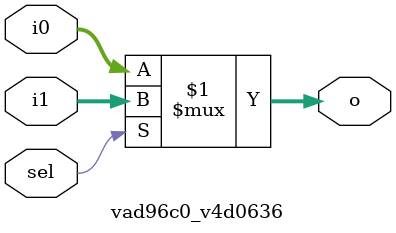
<source format=v>

`default_nettype none

module main #(
 parameter vdf614b = 240000,
 parameter v049034 = 18000,
 parameter v83a81e = 24000
) (
 input vdb51ac,
 input vclk,
 output v4e03e3,
 output vb9e155,
 output [0:6] vinit
);
 localparam p0 = vdf614b;
 localparam p4 = v049034;
 localparam p7 = v83a81e;
 wire w1;
 wire w2;
 wire w3;
 wire [0:31] w5;
 wire [0:31] w6;
 wire w8;
 wire w9;
 wire [0:31] w10;
 wire [0:31] w11;
 wire [0:31] w12;
 wire w13;
 assign w1 = vdb51ac;
 assign vb9e155 = w2;
 assign v4e03e3 = w3;
 assign w8 = vclk;
 assign w9 = vclk;
 assign w3 = w2;
 assign w9 = w8;
 v091b35 v77e9de (
  .v27dec4(w1),
  .v25ab12(w8),
  .v4642b6(w13)
 );
 v397e22 v34aa9d (
  .vd8c74e(w5),
  .v6dda25(w9),
  .vd6b9df(w10)
 );
 v447cc1 v1b6b07 (
  .v4642b6(w2),
  .v1069e2(w5),
  .vd448df(w6)
 );
 v959751 #(
  .vc5c8ea(p0)
 ) v837716 (
  .vbc97e4(w10)
 );
 v959751 #(
  .vc5c8ea(p7)
 ) vf069ac (
  .vbc97e4(w11)
 );
 v959751 #(
  .vc5c8ea(p4)
 ) vc79b50 (
  .vbc97e4(w12)
 );
 vad96c0 v179746 (
  .v9960f4(w6),
  .v95bea5(w11),
  .v231daa(w12),
  .ve50a7b(w13)
 );
 assign vinit = 7'b0000000;
endmodule

//---- Top entity
module v091b35 #(
 parameter v17ea21 = 0,
 parameter v803182 = 0
) (
 input v25ab12,
 input v27dec4,
 output v4642b6
);
 localparam p2 = v803182;
 localparam p4 = v17ea21;
 wire w0;
 wire w1;
 wire w3;
 wire w5;
 wire w6;
 wire w7;
 wire w8;
 assign v4642b6 = w5;
 assign w6 = v27dec4;
 assign w7 = v25ab12;
 assign w8 = v25ab12;
 assign w8 = w7;
 v6c3aff #(
  .v2fb6e5(p4)
 ) v67ee04 (
  .v758f58(w0),
  .vedbc89(w6)
 );
 v68f406 #(
  .v6a9fe4(p2)
 ) v5b351d (
  .v27dec4(w1),
  .v4642b6(w3)
 );
 vdd36dc v7f7562 (
  .v6a82dd(w3),
  .vd4e5d7(w5),
  .v444878(w8)
 );
 v0705a6 v9812a2 (
  .ve7f5e6(w0),
  .v3c12b5(w1),
  .v717e81(w7)
 );
endmodule

//---------------------------------------------------
//-- Button
//-- - - - - - - - - - - - - - - - - - - - - - - - --
//-- Configurable button (pull-up on/off. Not on/off)
//---------------------------------------------------
//---- Top entity
module v6c3aff #(
 parameter v2fb6e5 = 1
) (
 input vedbc89,
 output v758f58
);
 localparam p2 = v2fb6e5;
 wire w0;
 wire w1;
 assign w0 = vedbc89;
 assign v758f58 = w1;
 v6c3aff_v34955f #(
  .ON(p2)
 ) v34955f (
  .i(w0),
  .o(w1)
 );
endmodule

//---------------------------------------------------
//-- Pull-upx1
//-- - - - - - - - - - - - - - - - - - - - - - - - --
//-- FPGA internal pull-up configuration on the input port
//---------------------------------------------------

module v6c3aff_v34955f #(
 parameter ON = 0
) (
 input i,
 output o
);
 // 1-Pull up
 
 //-- Place the IO block, configured as  
 //-- input with pull-up
 SB_IO
   #(
     .PIN_TYPE(6'b 1010_01),
     
     //-- The pull-up is activated or not
     //-- depeding on the ON parameter
     .PULLUP(ON)
     
   ) input_pin (
 
     //--- Input pin
     .PACKAGE_PIN(i),
     
     //-- Block output
     .D_IN_0(o),
     
     //-- Configured as input
     .OUTPUT_ENABLE(1'b0),
     
     //-- Not used
     .D_OUT_0(1'b0)
   );
endmodule
//---- Top entity
module v68f406 #(
 parameter v6a9fe4 = 0
) (
 input v27dec4,
 output v4642b6
);
 localparam p0 = v6a9fe4;
 wire w1;
 wire w2;
 wire w3;
 assign w2 = v27dec4;
 assign v4642b6 = w3;
 v3ba5d0 #(
  .vc5c8ea(p0)
 ) vce5802 (
  .v268bfc(w1)
 );
 vd12401 v5b01c7 (
  .v0e28cb(w1),
  .v3ca442(w2),
  .vcbab45(w3)
 );
endmodule

//---------------------------------------------------
//-- not-wire-x01
//-- - - - - - - - - - - - - - - - - - - - - - - - --
//-- Select positive or negative logic for the input (0=positive, 1=negative)
//---------------------------------------------------
//---- Top entity
module v3ba5d0 #(
 parameter vc5c8ea = 0
) (
 output v268bfc
);
 localparam p0 = vc5c8ea;
 wire w1;
 assign v268bfc = w1;
 v3ba5d0_v465065 #(
  .VALUE(p0)
 ) v465065 (
  .k(w1)
 );
endmodule

//---------------------------------------------------
//-- Constante-1bits
//-- - - - - - - - - - - - - - - - - - - - - - - - --
//-- Valor genérico constante, de 1 bits. Su valor se introduce como parámetro. Por defecto vale 0
//---------------------------------------------------

module v3ba5d0_v465065 #(
 parameter VALUE = 0
) (
 output k
);
 assign k = VALUE;
endmodule
//---- Top entity
module vd12401 (
 input v0e28cb,
 input v3ca442,
 output vcbab45
);
 wire w0;
 wire w1;
 wire w2;
 assign w0 = v0e28cb;
 assign w1 = v3ca442;
 assign vcbab45 = w2;
 vd12401_vf4938a vf4938a (
  .a(w0),
  .b(w1),
  .c(w2)
 );
endmodule

//---------------------------------------------------
//-- XOR2
//-- - - - - - - - - - - - - - - - - - - - - - - - --
//-- XOR gate: two bits input xor gate
//---------------------------------------------------

module vd12401_vf4938a (
 input a,
 input b,
 output c
);
 //-- XOR gate
 //-- Verilog implementation
 
 assign c = a ^ b;
 
endmodule
//---- Top entity
module vdd36dc (
 input v444878,
 input v6a82dd,
 output vd4e5d7
);
 wire w0;
 wire w1;
 wire w2;
 wire w3;
 wire w4;
 wire w5;
 wire w6;
 wire w7;
 assign w2 = v444878;
 assign w3 = v444878;
 assign w4 = v444878;
 assign vd4e5d7 = w5;
 assign w6 = v6a82dd;
 assign w7 = v6a82dd;
 assign w3 = w2;
 assign w4 = w2;
 assign w4 = w3;
 assign w7 = w6;
 v1ed41a vd680b8 (
  .v3487af(w1),
  .ved8395(w4),
  .ve78ab8(w7)
 );
 v8a23ff v02f115 (
  .vd793aa(w0),
  .ve4a668(w2),
  .v4642b6(w5),
  .v27dec4(w6)
 );
 ve8e3e6 vc4d90e (
  .ve37344(w0),
  .ve556f1(w1),
  .v6dda25(w3)
 );
endmodule

//---------------------------------------------------
//-- Debouncer-x01
//-- - - - - - - - - - - - - - - - - - - - - - - - --
//-- Remove the rebound on a mechanical switch
//---------------------------------------------------
//---- Top entity
module v1ed41a (
 input ved8395,
 input ve78ab8,
 output v31351e,
 output v3487af
);
 wire w0;
 wire w1;
 wire w2;
 wire w3;
 wire w4;
 assign w0 = ve78ab8;
 assign w1 = ved8395;
 assign v3487af = w2;
 assign w4 = ve78ab8;
 assign w4 = w0;
 vd12401 v456da5 (
  .vcbab45(w2),
  .v0e28cb(w3),
  .v3ca442(w4)
 );
 v58ed2b vf94974 (
  .vf54559(w0),
  .va4102a(w1),
  .ve8318d(w3)
 );
endmodule

//---------------------------------------------------
//-- Edges-detector-block
//-- - - - - - - - - - - - - - - - - - - - - - - - --
//-- Edges detector. It generates a 1-period pulse (tic) when either a rising edge or a falling edge is detected on the input. Block implementation
//---------------------------------------------------
//---- Top entity
module v58ed2b #(
 parameter v71e305 = 0
) (
 input va4102a,
 input vf54559,
 output va58c5b,
 output ve8318d
);
 localparam p2 = v71e305;
 wire w0;
 wire w1;
 wire w3;
 assign w0 = va4102a;
 assign ve8318d = w1;
 assign w3 = vf54559;
 v58ed2b_vb8adf8 #(
  .INI(p2)
 ) vb8adf8 (
  .clk(w0),
  .q(w1),
  .d(w3)
 );
endmodule

//---------------------------------------------------
//-- sys-DFF-verilog
//-- - - - - - - - - - - - - - - - - - - - - - - - --
//-- System - D Flip-flop. Capture data every system clock cycle. Verilog implementation
//---------------------------------------------------

module v58ed2b_vb8adf8 #(
 parameter INI = 0
) (
 input clk,
 input d,
 output q
);
 //-- Initial value
 reg qi = INI;
 
 //-- Capture the input data  
 //-- on the rising edge of  
 //-- the system clock
 always @(posedge clk)
   qi <= d;
   
 //-- Connect the register with the
 //-- output
 assign q = qi;
endmodule
//---- Top entity
module v8a23ff #(
 parameter v3360b0 = 0
) (
 input ve4a668,
 input v27dec4,
 input vd793aa,
 output v4642b6
);
 localparam p4 = v3360b0;
 wire w0;
 wire w1;
 wire w2;
 wire w3;
 assign w0 = ve4a668;
 assign w1 = v27dec4;
 assign w2 = vd793aa;
 assign v4642b6 = w3;
 v8a23ff_vb79aca #(
  .INI(p4)
 ) vb79aca (
  .clk(w0),
  .d(w1),
  .load(w2),
  .q(w3)
 );
endmodule

//---------------------------------------------------
//-- DFF-verilog
//-- - - - - - - - - - - - - - - - - - - - - - - - --
//-- DFF. D Flip-flop. Verilog implementation
//---------------------------------------------------

module v8a23ff_vb79aca #(
 parameter INI = 0
) (
 input clk,
 input d,
 input load,
 output q
);
 //-- Initial value
 reg qi = INI;
 
 always @(posedge clk)
 begin
  
  //-- When load is active
  //-- the input data is captured
  if (load == 1'b1)
    qi <= d;
  
 end
 
 //-- Connect the register with the
 //-- output
 assign q = qi;
 
endmodule
//---- Top entity
module ve8e3e6 (
 input v6dda25,
 input ve556f1,
 output [15:0] v49911e,
 output ve37344
);
 wire w0;
 wire [0:15] w1;
 wire [0:15] w2;
 wire w3;
 wire [0:15] w4;
 wire w5;
 assign w0 = ve556f1;
 assign w3 = v6dda25;
 assign v49911e = w4;
 assign ve37344 = w5;
 assign w4 = w1;
 v8ecd59 v9392cd (
  .v2f9d57(w1),
  .vd7988b(w2),
  .v4642b6(w5)
 );
 v0788ea vd23000 (
  .v7bb757(w0),
  .ve56ffc(w1),
  .v76e2d3(w2),
  .v02833d(w3)
 );
endmodule

//---------------------------------------------------
//-- syscounter-rst-16bits
//-- - - - - - - - - - - - - - - - - - - - - - - - --
//-- 16-bits Syscounter with reset
//---------------------------------------------------
//---- Top entity
module v8ecd59 #(
 parameter v6c5139 = 1
) (
 input [15:0] v2f9d57,
 output v4642b6,
 output [15:0] vd7988b
);
 localparam p1 = v6c5139;
 wire w0;
 wire [0:15] w2;
 wire [0:15] w3;
 assign v4642b6 = w0;
 assign w2 = v2f9d57;
 assign vd7988b = w3;
 v265696 #(
  .vd73390(p1)
 ) v76123a (
  .v4642b6(w0),
  .v36f2dd(w2),
  .vc068fb(w3)
 );
endmodule

//---------------------------------------------------
//-- Inc1-16bits
//-- - - - - - - - - - - - - - - - - - - - - - - - --
//-- Inc1-16bit: Increment a 16-bits number by one
//---------------------------------------------------
//---- Top entity
module v265696 #(
 parameter vd73390 = 0
) (
 input [15:0] v36f2dd,
 output v4642b6,
 output [15:0] vc068fb
);
 localparam p1 = vd73390;
 wire w0;
 wire [0:15] w2;
 wire [0:15] w3;
 wire [0:15] w4;
 assign v4642b6 = w0;
 assign w3 = v36f2dd;
 assign vc068fb = w4;
 v651fa3 #(
  .vc5c8ea(p1)
 ) vdd8fa2 (
  .vcd9338(w2)
 );
 vbc66d7 vce7ab7 (
  .v4642b6(w0),
  .v1489e0(w2),
  .v603a9a(w3),
  .v2c4251(w4)
 );
endmodule

//---------------------------------------------------
//-- AdderK-16bits
//-- - - - - - - - - - - - - - - - - - - - - - - - --
//-- AdderK-16bit: Adder of 16-bit operand and 16-bit constant
//---------------------------------------------------
//---- Top entity
module v651fa3 #(
 parameter vc5c8ea = 0
) (
 output [15:0] vcd9338
);
 localparam p0 = vc5c8ea;
 wire [0:15] w1;
 assign vcd9338 = w1;
 v651fa3_v465065 #(
  .VALUE(p0)
 ) v465065 (
  .k(w1)
 );
endmodule

//---------------------------------------------------
//-- 16-bits-gen-constant
//-- - - - - - - - - - - - - - - - - - - - - - - - --
//-- Generic: 16-bits generic constant
//---------------------------------------------------

module v651fa3_v465065 #(
 parameter VALUE = 0
) (
 output [15:0] k
);
 assign k = VALUE;
endmodule
//---- Top entity
module vbc66d7 (
 input [15:0] v1489e0,
 input [15:0] v603a9a,
 output v4642b6,
 output [15:0] v2c4251
);
 wire w0;
 wire w1;
 wire [0:15] w2;
 wire [0:15] w3;
 wire [0:15] w4;
 wire [0:7] w5;
 wire [0:7] w6;
 wire [0:7] w7;
 wire [0:7] w8;
 wire [0:7] w9;
 wire [0:7] w10;
 assign v4642b6 = w0;
 assign w2 = v603a9a;
 assign w3 = v1489e0;
 assign v2c4251 = w4;
 v306ca3 v0a29fe (
  .v91b9c1(w2),
  .vef5eee(w9),
  .vd3ef3b(w10)
 );
 v306ca3 vb0a6ce (
  .v91b9c1(w3),
  .vef5eee(w7),
  .vd3ef3b(w8)
 );
 vcb23aa v8e0bba (
  .v4642b6(w1),
  .v62bf25(w6),
  .v39966a(w8),
  .veb2f59(w10)
 );
 vc3c498 v917bbf (
  .v4642b6(w0),
  .vb9cfc3(w1),
  .veeaa8e(w5),
  .v45c6ee(w7),
  .v20212e(w9)
 );
 v8cc49c v03c3e3 (
  .v14a530(w4),
  .vb334ae(w5),
  .v2b8a97(w6)
 );
endmodule

//---------------------------------------------------
//-- Adder-16bits
//-- - - - - - - - - - - - - - - - - - - - - - - - --
//-- Adder-16bits: Adder of two operands of 16 bits
//---------------------------------------------------
//---- Top entity
module v306ca3 (
 input [15:0] v91b9c1,
 output [7:0] vef5eee,
 output [7:0] vd3ef3b
);
 wire [0:15] w0;
 wire [0:7] w1;
 wire [0:7] w2;
 assign w0 = v91b9c1;
 assign vef5eee = w1;
 assign vd3ef3b = w2;
 v306ca3_v9a2a06 v9a2a06 (
  .i(w0),
  .o1(w1),
  .o0(w2)
 );
endmodule

//---------------------------------------------------
//-- Bus16-Split-half
//-- - - - - - - - - - - - - - - - - - - - - - - - --
//-- Bus16-Split-half: Split the 16-bits bus into two buses of the same size
//---------------------------------------------------

module v306ca3_v9a2a06 (
 input [15:0] i,
 output [7:0] o1,
 output [7:0] o0
);
 assign o1 = i[15:8];
 assign o0 = i[7:0];
endmodule
//---- Top entity
module vcb23aa (
 input [7:0] v39966a,
 input [7:0] veb2f59,
 output v4642b6,
 output [7:0] v62bf25
);
 wire [0:7] w0;
 wire [0:7] w1;
 wire [0:3] w2;
 wire [0:3] w3;
 wire [0:7] w4;
 wire w5;
 wire w6;
 wire [0:3] w7;
 wire [0:3] w8;
 wire [0:3] w9;
 wire [0:3] w10;
 assign w0 = veb2f59;
 assign w1 = v39966a;
 assign v62bf25 = w4;
 assign v4642b6 = w5;
 v6bdcd9 vd88c66 (
  .vcc8c7c(w0),
  .v651522(w9),
  .v2cc41f(w10)
 );
 v6bdcd9 v26a0bb (
  .vcc8c7c(w1),
  .v651522(w7),
  .v2cc41f(w8)
 );
 v25966b v9ea427 (
  .v817794(w3),
  .v4642b6(w6),
  .v0550b6(w8),
  .v24708e(w10)
 );
 vafb28f vc75346 (
  .v515fe7(w2),
  .v3c88fc(w3),
  .va9ac17(w4)
 );
 va1ce30 v40c17f (
  .v817794(w2),
  .v4642b6(w5),
  .vb9cfc3(w6),
  .v0550b6(w7),
  .v24708e(w9)
 );
endmodule

//---------------------------------------------------
//-- Adder-8bits
//-- - - - - - - - - - - - - - - - - - - - - - - - --
//-- Adder-8bits: Adder of two operands of 8 bits
//---------------------------------------------------
//---- Top entity
module v6bdcd9 (
 input [7:0] vcc8c7c,
 output [3:0] v651522,
 output [3:0] v2cc41f
);
 wire [0:3] w0;
 wire [0:3] w1;
 wire [0:7] w2;
 assign v651522 = w0;
 assign v2cc41f = w1;
 assign w2 = vcc8c7c;
 v6bdcd9_v9a2a06 v9a2a06 (
  .o1(w0),
  .o0(w1),
  .i(w2)
 );
endmodule

//---------------------------------------------------
//-- Bus8-Split-half
//-- - - - - - - - - - - - - - - - - - - - - - - - --
//-- Bus8-Split-half: Split the 8-bits bus into two buses of the same size
//---------------------------------------------------

module v6bdcd9_v9a2a06 (
 input [7:0] i,
 output [3:0] o1,
 output [3:0] o0
);
 assign o1 = i[7:4];
 assign o0 = i[3:0];
endmodule
//---- Top entity
module v25966b (
 input [3:0] v0550b6,
 input [3:0] v24708e,
 output v4642b6,
 output [3:0] v817794
);
 wire w0;
 wire w1;
 wire w2;
 wire w3;
 wire w4;
 wire [0:3] w5;
 wire [0:3] w6;
 wire [0:3] w7;
 wire w8;
 wire w9;
 wire w10;
 wire w11;
 wire w12;
 wire w13;
 wire w14;
 wire w15;
 wire w16;
 wire w17;
 wire w18;
 assign w5 = v24708e;
 assign w6 = v0550b6;
 assign v817794 = w7;
 assign v4642b6 = w9;
 v1ea21d vdbe125 (
  .v4642b6(w0),
  .v8e8a67(w2),
  .v27dec4(w15),
  .v82de4f(w18)
 );
 vad119b vb8ad86 (
  .v0ef266(w0),
  .v8e8a67(w1),
  .v4642b6(w3),
  .v27dec4(w14),
  .v82de4f(w17)
 );
 vad119b v5d29b2 (
  .v0ef266(w3),
  .v8e8a67(w4),
  .v4642b6(w8),
  .v27dec4(w12),
  .v82de4f(w16)
 );
 vc4f23a vf4a6ff (
  .v985fcb(w5),
  .v4f1fd3(w13),
  .vda577d(w16),
  .v3f8943(w17),
  .v64d863(w18)
 );
 vc4f23a v9d4632 (
  .v985fcb(w6),
  .v4f1fd3(w11),
  .vda577d(w12),
  .v3f8943(w14),
  .v64d863(w15)
 );
 v84f0a1 v140dbf (
  .vee8a83(w1),
  .v03aaf0(w2),
  .vf8041d(w4),
  .v11bca5(w7),
  .vd84a57(w10)
 );
 vad119b v5c5937 (
  .v0ef266(w8),
  .v4642b6(w9),
  .v8e8a67(w10),
  .v27dec4(w11),
  .v82de4f(w13)
 );
endmodule

//---------------------------------------------------
//-- Adder-4bits
//-- - - - - - - - - - - - - - - - - - - - - - - - --
//-- Adder-4bits: Adder of two operands of 4 bits
//---------------------------------------------------
//---- Top entity
module v1ea21d (
 input v27dec4,
 input v82de4f,
 output v4642b6,
 output v8e8a67
);
 wire w0;
 wire w1;
 wire w2;
 wire w3;
 wire w4;
 assign w0 = v82de4f;
 assign w1 = v27dec4;
 assign v4642b6 = w3;
 assign v8e8a67 = w4;
 vad119b vb820a1 (
  .v82de4f(w0),
  .v27dec4(w1),
  .v0ef266(w2),
  .v4642b6(w3),
  .v8e8a67(w4)
 );
 vd30ca9 v23ebb6 (
  .v9fb85f(w2)
 );
endmodule

//---------------------------------------------------
//-- Adder-1bit
//-- - - - - - - - - - - - - - - - - - - - - - - - --
//-- Adder-1bit: Adder of two operands of 1 bit
//---------------------------------------------------
//---- Top entity
module vad119b (
 input v27dec4,
 input v82de4f,
 input v0ef266,
 output v4642b6,
 output v8e8a67
);
 wire w0;
 wire w1;
 wire w2;
 wire w3;
 wire w4;
 wire w5;
 wire w6;
 wire w7;
 wire w8;
 wire w9;
 wire w10;
 wire w11;
 assign v8e8a67 = w1;
 assign v4642b6 = w5;
 assign w6 = v27dec4;
 assign w7 = v27dec4;
 assign w8 = v82de4f;
 assign w9 = v82de4f;
 assign w10 = v0ef266;
 assign w11 = v0ef266;
 assign w2 = w0;
 assign w7 = w6;
 assign w9 = w8;
 assign w11 = w10;
 vd12401 v2e3d9f (
  .vcbab45(w0),
  .v0e28cb(w7),
  .v3ca442(w9)
 );
 vd12401 vb50462 (
  .v0e28cb(w0),
  .vcbab45(w1),
  .v3ca442(w11)
 );
 vba518e v4882f4 (
  .v3ca442(w2),
  .vcbab45(w3),
  .v0e28cb(w10)
 );
 vba518e v8fcf41 (
  .vcbab45(w4),
  .v0e28cb(w6),
  .v3ca442(w8)
 );
 v873425 vc5b8b9 (
  .v3ca442(w3),
  .v0e28cb(w4),
  .vcbab45(w5)
 );
endmodule

//---------------------------------------------------
//-- AdderC-1bit
//-- - - - - - - - - - - - - - - - - - - - - - - - --
//-- AdderC-1bit: Adder of two operands of 1 bit plus the carry in
//---------------------------------------------------
//---- Top entity
module vba518e (
 input v0e28cb,
 input v3ca442,
 output vcbab45
);
 wire w0;
 wire w1;
 wire w2;
 assign w0 = v0e28cb;
 assign w1 = v3ca442;
 assign vcbab45 = w2;
 vba518e_vf4938a vf4938a (
  .a(w0),
  .b(w1),
  .c(w2)
 );
endmodule

//---------------------------------------------------
//-- AND2
//-- - - - - - - - - - - - - - - - - - - - - - - - --
//-- Two bits input And gate
//---------------------------------------------------

module vba518e_vf4938a (
 input a,
 input b,
 output c
);
 //-- AND gate
 //-- Verilog implementation
 
 assign c = a & b;
 
endmodule
//---- Top entity
module v873425 (
 input v0e28cb,
 input v3ca442,
 output vcbab45
);
 wire w0;
 wire w1;
 wire w2;
 assign w0 = v0e28cb;
 assign w1 = v3ca442;
 assign vcbab45 = w2;
 v873425_vf4938a vf4938a (
  .a(w0),
  .b(w1),
  .c(w2)
 );
endmodule

//---------------------------------------------------
//-- OR2
//-- - - - - - - - - - - - - - - - - - - - - - - - --
//-- OR2: Two bits input OR gate
//---------------------------------------------------

module v873425_vf4938a (
 input a,
 input b,
 output c
);
 //-- OR Gate
 //-- Verilog implementation
 
 assign c = a | b;
 
 
endmodule
//---- Top entity
module vd30ca9 (
 output v9fb85f
);
 wire w0;
 assign v9fb85f = w0;
 vd30ca9_vb2eccd vb2eccd (
  .q(w0)
 );
endmodule

//---------------------------------------------------
//-- bit-0
//-- - - - - - - - - - - - - - - - - - - - - - - - --
//-- Constant bit 0
//---------------------------------------------------

module vd30ca9_vb2eccd (
 output q
);
 //-- Constant bit-0
 assign q = 1'b0;
 
 
endmodule
//---- Top entity
module vc4f23a (
 input [3:0] v985fcb,
 output v4f1fd3,
 output vda577d,
 output v3f8943,
 output v64d863
);
 wire w0;
 wire w1;
 wire w2;
 wire w3;
 wire [0:3] w4;
 assign v3f8943 = w0;
 assign v64d863 = w1;
 assign vda577d = w2;
 assign v4f1fd3 = w3;
 assign w4 = v985fcb;
 vc4f23a_v9a2a06 v9a2a06 (
  .o1(w0),
  .o0(w1),
  .o2(w2),
  .o3(w3),
  .i(w4)
 );
endmodule

//---------------------------------------------------
//-- Bus4-Split-all
//-- - - - - - - - - - - - - - - - - - - - - - - - --
//-- Bus4-Split-all: Split the 4-bits bus into its wires
//---------------------------------------------------

module vc4f23a_v9a2a06 (
 input [3:0] i,
 output o3,
 output o2,
 output o1,
 output o0
);
 assign o3 = i[3];
 assign o2 = i[2];
 assign o1 = i[1];
 assign o0 = i[0];
endmodule
//---- Top entity
module v84f0a1 (
 input vd84a57,
 input vf8041d,
 input vee8a83,
 input v03aaf0,
 output [3:0] v11bca5
);
 wire w0;
 wire w1;
 wire w2;
 wire w3;
 wire [0:3] w4;
 assign w0 = vee8a83;
 assign w1 = v03aaf0;
 assign w2 = vf8041d;
 assign w3 = vd84a57;
 assign v11bca5 = w4;
 v84f0a1_v9a2a06 v9a2a06 (
  .i1(w0),
  .i0(w1),
  .i2(w2),
  .i3(w3),
  .o(w4)
 );
endmodule

//---------------------------------------------------
//-- Bus4-Join-all
//-- - - - - - - - - - - - - - - - - - - - - - - - --
//-- Bus4-Join-all: Join all the wires into a 4-bits Bus
//---------------------------------------------------

module v84f0a1_v9a2a06 (
 input i3,
 input i2,
 input i1,
 input i0,
 output [3:0] o
);
 assign o = {i3, i2, i1, i0};
 
endmodule
//---- Top entity
module vafb28f (
 input [3:0] v515fe7,
 input [3:0] v3c88fc,
 output [7:0] va9ac17
);
 wire [0:7] w0;
 wire [0:3] w1;
 wire [0:3] w2;
 assign va9ac17 = w0;
 assign w1 = v515fe7;
 assign w2 = v3c88fc;
 vafb28f_v9a2a06 v9a2a06 (
  .o(w0),
  .i1(w1),
  .i0(w2)
 );
endmodule

//---------------------------------------------------
//-- Bus8-Join-half
//-- - - - - - - - - - - - - - - - - - - - - - - - --
//-- Bus8-Join-half: Join the two same halves into an 8-bits Bus
//---------------------------------------------------

module vafb28f_v9a2a06 (
 input [3:0] i1,
 input [3:0] i0,
 output [7:0] o
);
 assign o = {i1, i0};
 
endmodule
//---- Top entity
module va1ce30 (
 input [3:0] v0550b6,
 input [3:0] v24708e,
 input vb9cfc3,
 output v4642b6,
 output [3:0] v817794
);
 wire w0;
 wire w1;
 wire w2;
 wire w3;
 wire w4;
 wire [0:3] w5;
 wire [0:3] w6;
 wire [0:3] w7;
 wire w8;
 wire w9;
 wire w10;
 wire w11;
 wire w12;
 wire w13;
 wire w14;
 wire w15;
 wire w16;
 wire w17;
 wire w18;
 wire w19;
 assign w5 = v24708e;
 assign w6 = v0550b6;
 assign v817794 = w7;
 assign v4642b6 = w9;
 assign w11 = vb9cfc3;
 vad119b vb8ad86 (
  .v0ef266(w0),
  .v8e8a67(w1),
  .v4642b6(w3),
  .v27dec4(w15),
  .v82de4f(w18)
 );
 vad119b v5d29b2 (
  .v0ef266(w3),
  .v8e8a67(w4),
  .v4642b6(w8),
  .v27dec4(w13),
  .v82de4f(w17)
 );
 vc4f23a vf4a6ff (
  .v985fcb(w5),
  .v4f1fd3(w14),
  .vda577d(w17),
  .v3f8943(w18),
  .v64d863(w19)
 );
 vc4f23a v9d4632 (
  .v985fcb(w6),
  .v4f1fd3(w12),
  .vda577d(w13),
  .v3f8943(w15),
  .v64d863(w16)
 );
 v84f0a1 v140dbf (
  .vee8a83(w1),
  .v03aaf0(w2),
  .vf8041d(w4),
  .v11bca5(w7),
  .vd84a57(w10)
 );
 vad119b v5c5937 (
  .v0ef266(w8),
  .v4642b6(w9),
  .v8e8a67(w10),
  .v27dec4(w12),
  .v82de4f(w14)
 );
 vad119b v3599be (
  .v4642b6(w0),
  .v8e8a67(w2),
  .v0ef266(w11),
  .v27dec4(w16),
  .v82de4f(w19)
 );
endmodule

//---------------------------------------------------
//-- AdderC-4bits
//-- - - - - - - - - - - - - - - - - - - - - - - - --
//-- AdderC-4bits: Adder of two operands of 4 bits and Carry in
//---------------------------------------------------
//---- Top entity
module vc3c498 (
 input [7:0] v45c6ee,
 input [7:0] v20212e,
 input vb9cfc3,
 output v4642b6,
 output [7:0] veeaa8e
);
 wire w0;
 wire w1;
 wire [0:7] w2;
 wire [0:7] w3;
 wire [0:7] w4;
 wire [0:3] w5;
 wire [0:3] w6;
 wire w7;
 wire [0:3] w8;
 wire [0:3] w9;
 wire [0:3] w10;
 wire [0:3] w11;
 assign w1 = vb9cfc3;
 assign w2 = v45c6ee;
 assign w3 = v20212e;
 assign veeaa8e = w4;
 assign v4642b6 = w7;
 v6bdcd9 v8d795a (
  .vcc8c7c(w3),
  .v651522(w10),
  .v2cc41f(w11)
 );
 v6bdcd9 v23dbc5 (
  .vcc8c7c(w2),
  .v651522(w8),
  .v2cc41f(w9)
 );
 vafb28f vef3a58 (
  .va9ac17(w4),
  .v3c88fc(w5),
  .v515fe7(w6)
 );
 va1ce30 v0ff71a (
  .v4642b6(w0),
  .vb9cfc3(w1),
  .v817794(w5),
  .v0550b6(w9),
  .v24708e(w11)
 );
 va1ce30 v12f94f (
  .vb9cfc3(w0),
  .v817794(w6),
  .v4642b6(w7),
  .v0550b6(w8),
  .v24708e(w10)
 );
endmodule

//---------------------------------------------------
//-- AdderC-8bits
//-- - - - - - - - - - - - - - - - - - - - - - - - --
//-- AdderC-8bits: Adder of two operands of 8 bits and Carry in
//---------------------------------------------------
//---- Top entity
module v8cc49c (
 input [7:0] vb334ae,
 input [7:0] v2b8a97,
 output [15:0] v14a530
);
 wire [0:15] w0;
 wire [0:7] w1;
 wire [0:7] w2;
 assign v14a530 = w0;
 assign w1 = v2b8a97;
 assign w2 = vb334ae;
 v8cc49c_v9a2a06 v9a2a06 (
  .o(w0),
  .i0(w1),
  .i1(w2)
 );
endmodule

//---------------------------------------------------
//-- Bus16-Join-half
//-- - - - - - - - - - - - - - - - - - - - - - - - --
//-- Bus16-Join-half: Join the two same halves into an 16-bits Bus
//---------------------------------------------------

module v8cc49c_v9a2a06 (
 input [7:0] i1,
 input [7:0] i0,
 output [15:0] o
);
 assign o = {i1, i0};
 
endmodule
//---- Top entity
module v0788ea #(
 parameter vdb1a33 = 0
) (
 input v02833d,
 input v7bb757,
 input [15:0] v76e2d3,
 output v24626e,
 output v713f73,
 output [15:0] ve56ffc
);
 localparam p1 = vdb1a33;
 wire [0:15] w0;
 wire w2;
 wire [0:15] w3;
 wire w4;
 assign ve56ffc = w0;
 assign w2 = v7bb757;
 assign w3 = v76e2d3;
 assign w4 = v02833d;
 v0788ea_v22c6dc #(
  .INI(p1)
 ) v22c6dc (
  .q(w0),
  .rst(w2),
  .d(w3),
  .clk(w4)
 );
endmodule

//---------------------------------------------------
//-- 16-Sys-reg-rst
//-- - - - - - - - - - - - - - - - - - - - - - - - --
//-- 16-Sys-reg-rst: 16 bits system register with reset. Verilog implementation
//---------------------------------------------------

module v0788ea_v22c6dc #(
 parameter INI = 0
) (
 input clk,
 input rst,
 input [15:0] d,
 output [15:0] q
);
 //-- Generic System register
 //-- with reset
 //-- Number of bits
 localparam N = 16;
 
 //-- Initial value
 reg [N-1:0] qi = INI;
 
 always @(posedge clk)
 begin
 
   //-- Reset: Capture the initial
   //-- value
   if (rst == 1'b1)
     qi <= INI;
     
   //-- No reset: Capture the input
   else
     qi <= d;
 end
 
 //-- Connect the register with the
 //-- output
 assign q = qi;
 
endmodule
//---- Top entity
module v0705a6 (
 input v717e81,
 input ve7f5e6,
 output v994965,
 output v3c12b5
);
 wire w0;
 wire w1;
 wire w2;
 assign w0 = v717e81;
 assign w1 = ve7f5e6;
 assign v3c12b5 = w2;
 v0705a6_ve03af9 ve03af9 (
  .clk(w0),
  .d(w1),
  .q(w2)
 );
endmodule

//---------------------------------------------------
//-- Sync-x01-verilog
//-- - - - - - - - - - - - - - - - - - - - - - - - --
//-- Sync-x01: 1-bit input with the system clock domain (Verilog implementation)
//---------------------------------------------------

module v0705a6_ve03af9 (
 input clk,
 input d,
 output q
);
 //-- Two D flip-flops
 //-- connected in cascade
 
 reg q1 = 0;
 reg q2 = 0;
 
 always @(posedge clk) 
 begin
   //-- First D Flip-Flop
   q1 <= d;
   
   //-- Secondo D Flip-flop
   q2 <= q1;
 end
 
 //-- Assign the output
 assign q = q2;
endmodule
//---- Top entity
module v397e22 #(
 parameter vc0bbb5 = 0
) (
 input v6dda25,
 input [31:0] vd6b9df,
 output [31:0] vd8c74e,
 output vd1077b
);
 localparam p1 = vc0bbb5;
 wire [0:31] w0;
 wire [0:31] w2;
 wire w3;
 wire [0:31] w4;
 wire [0:31] w5;
 wire w6;
 wire w7;
 wire [0:31] w8;
 assign w3 = v6dda25;
 assign vd8c74e = w4;
 assign vd1077b = w6;
 assign w8 = vd6b9df;
 assign w2 = w0;
 assign w5 = w4;
 assign w7 = w6;
 v0906c2 v9573bf (
  .v9d71f2(w0),
  .v95222c(w5)
 );
 va63735 va6a503 (
  .v1069e2(w2),
  .v4642b6(w6),
  .vd448df(w8)
 );
 v0a6d3f #(
  .vdb1a33(p1)
 ) v21c267 (
  .v76e2d3(w0),
  .v02833d(w3),
  .ve56ffc(w4),
  .v7bb757(w7)
 );
endmodule

//---------------------------------------------------
//-- Sys-Counter-M-x32
//-- - - - - - - - - - - - - - - - - - - - - - - - --
//-- Sys-Counter-M-x32: 32-bits M module system counter
//---------------------------------------------------
//---- Top entity
module v0906c2 #(
 parameter v6c5139 = 1
) (
 input [31:0] v95222c,
 output v4642b6,
 output [31:0] v9d71f2
);
 localparam p1 = v6c5139;
 wire w0;
 wire [0:31] w2;
 wire [0:31] w3;
 assign v4642b6 = w0;
 assign w2 = v95222c;
 assign v9d71f2 = w3;
 v3c5f22 #(
  .vd73390(p1)
 ) v3ec2b4 (
  .v4642b6(w0),
  .v56e20b(w2),
  .vc89e4a(w3)
 );
endmodule

//---------------------------------------------------
//-- Inc1-32bits
//-- - - - - - - - - - - - - - - - - - - - - - - - --
//-- Inc1-32bit: Increment a 32-bits number by one
//---------------------------------------------------
//---- Top entity
module v3c5f22 #(
 parameter vd73390 = 0
) (
 input [31:0] v56e20b,
 output v4642b6,
 output [31:0] vc89e4a
);
 localparam p1 = vd73390;
 wire w0;
 wire [0:31] w2;
 wire [0:31] w3;
 wire [0:31] w4;
 assign v4642b6 = w0;
 assign w3 = v56e20b;
 assign vc89e4a = w4;
 v959751 #(
  .vc5c8ea(p1)
 ) v389b9e (
  .vbc97e4(w2)
 );
 vf25742 v14cd53 (
  .v4642b6(w0),
  .v7bf4f3(w2),
  .vc67cc0(w3),
  .vc16efd(w4)
 );
endmodule

//---------------------------------------------------
//-- AdderK-32bits
//-- - - - - - - - - - - - - - - - - - - - - - - - --
//-- AdderK-32bit: Adder of 32-bit operand and 32-bit constant
//---------------------------------------------------
//---- Top entity
module v959751 #(
 parameter vc5c8ea = 0
) (
 output [31:0] vbc97e4
);
 localparam p0 = vc5c8ea;
 wire [0:31] w1;
 assign vbc97e4 = w1;
 v959751_v465065 #(
  .VALUE(p0)
 ) v465065 (
  .k(w1)
 );
endmodule

//---------------------------------------------------
//-- 32-bits-gen-constant
//-- - - - - - - - - - - - - - - - - - - - - - - - --
//-- Generic: 32-bits generic constant
//---------------------------------------------------

module v959751_v465065 #(
 parameter VALUE = 0
) (
 output [31:0] k
);
 assign k = VALUE;
endmodule
//---- Top entity
module vf25742 (
 input [31:0] v7bf4f3,
 input [31:0] vc67cc0,
 output v4642b6,
 output [31:0] vc16efd
);
 wire w0;
 wire [0:7] w1;
 wire [0:7] w2;
 wire w3;
 wire [0:15] w4;
 wire [0:7] w5;
 wire w6;
 wire [0:23] w7;
 wire w8;
 wire [0:31] w9;
 wire [0:23] w10;
 wire [0:15] w11;
 wire [0:31] w12;
 wire [0:23] w13;
 wire [0:15] w14;
 wire [0:7] w15;
 wire [0:31] w16;
 wire [0:7] w17;
 wire [0:7] w18;
 wire [0:7] w19;
 wire [0:7] w20;
 wire [0:7] w21;
 wire [0:7] w22;
 wire [0:7] w23;
 wire [0:7] w24;
 assign v4642b6 = w8;
 assign w9 = vc67cc0;
 assign w12 = v7bf4f3;
 assign vc16efd = w16;
 vcb23aa v8e0bba (
  .v4642b6(w0),
  .v62bf25(w2),
  .v39966a(w21),
  .veb2f59(w24)
 );
 vc3c498 v917bbf (
  .vb9cfc3(w0),
  .veeaa8e(w1),
  .v4642b6(w3),
  .v45c6ee(w20),
  .v20212e(w23)
 );
 v8cc49c v03c3e3 (
  .vb334ae(w1),
  .v2b8a97(w2),
  .v14a530(w4)
 );
 vc3c498 vf0db78 (
  .vb9cfc3(w3),
  .veeaa8e(w5),
  .v4642b6(w6),
  .v45c6ee(w18),
  .v20212e(w22)
 );
 va52e3b v67022b (
  .vbf8961(w4),
  .vf7d213(w5),
  .v6d326e(w7)
 );
 vdf0f3f v2bc38d (
  .ve841af(w9),
  .v6eb35c(w10),
  .vc6471a(w24)
 );
 vab13f0 v750bb9 (
  .vb18564(w10),
  .vf0a06e(w11),
  .v5246f6(w23)
 );
 v306ca3 vb8499e (
  .v91b9c1(w11),
  .vef5eee(w19),
  .vd3ef3b(w22)
 );
 vdf0f3f vec80d3 (
  .ve841af(w12),
  .v6eb35c(w13),
  .vc6471a(w21)
 );
 vab13f0 v0d470e (
  .vb18564(w13),
  .vf0a06e(w14),
  .v5246f6(w20)
 );
 v306ca3 vd19231 (
  .v91b9c1(w14),
  .vef5eee(w17),
  .vd3ef3b(w18)
 );
 vc3c498 v2c17f7 (
  .vb9cfc3(w6),
  .v4642b6(w8),
  .veeaa8e(w15),
  .v45c6ee(w17),
  .v20212e(w19)
 );
 vab06af v6d700b (
  .v7df8bd(w7),
  .vea9d11(w15),
  .v7d0a31(w16)
 );
endmodule

//---------------------------------------------------
//-- Adder-32bits
//-- - - - - - - - - - - - - - - - - - - - - - - - --
//-- Adder-32bits: Adder of two operands of 32 bits
//---------------------------------------------------
//---- Top entity
module va52e3b (
 input [7:0] vf7d213,
 input [15:0] vbf8961,
 output [23:0] v6d326e
);
 wire [0:15] w0;
 wire [0:23] w1;
 wire [0:7] w2;
 assign w0 = vbf8961;
 assign v6d326e = w1;
 assign w2 = vf7d213;
 va52e3b_v9a2a06 v9a2a06 (
  .i0(w0),
  .o(w1),
  .i1(w2)
 );
endmodule

//---------------------------------------------------
//-- Bus24-Join-8-16 CLONE
//-- - - - - - - - - - - - - - - - - - - - - - - - --
//-- Bus24-Join-8-16: Join the two buses into an 24-bits Bus
//---------------------------------------------------

module va52e3b_v9a2a06 (
 input [7:0] i1,
 input [15:0] i0,
 output [23:0] o
);
 assign o = {i1, i0};
 
endmodule
//---- Top entity
module vdf0f3f (
 input [31:0] ve841af,
 output [23:0] v6eb35c,
 output [7:0] vc6471a
);
 wire [0:31] w0;
 wire [0:7] w1;
 wire [0:23] w2;
 assign w0 = ve841af;
 assign vc6471a = w1;
 assign v6eb35c = w2;
 vdf0f3f_v9a2a06 v9a2a06 (
  .i(w0),
  .o0(w1),
  .o1(w2)
 );
endmodule

//---------------------------------------------------
//-- Bus32-Split-8-24 CLONE
//-- - - - - - - - - - - - - - - - - - - - - - - - --
//-- Bus32-Split-8-24: Split the 28-bits bus into two buses of 8 and 24 wires
//---------------------------------------------------

module vdf0f3f_v9a2a06 (
 input [31:0] i,
 output [23:0] o1,
 output [7:0] o0
);
 assign o1 = i[31:8];
 assign o0 = i[7:0];
endmodule
//---- Top entity
module vab13f0 (
 input [23:0] vb18564,
 output [15:0] vf0a06e,
 output [7:0] v5246f6
);
 wire [0:23] w0;
 wire [0:15] w1;
 wire [0:7] w2;
 assign w0 = vb18564;
 assign vf0a06e = w1;
 assign v5246f6 = w2;
 vab13f0_v9a2a06 v9a2a06 (
  .i(w0),
  .o1(w1),
  .o0(w2)
 );
endmodule

//---------------------------------------------------
//-- Bus24-Split-16-8
//-- - - - - - - - - - - - - - - - - - - - - - - - --
//-- Bus24-Split-16-8: Split the 24-bits bus into two buses of 16 and 8 wires
//---------------------------------------------------

module vab13f0_v9a2a06 (
 input [23:0] i,
 output [15:0] o1,
 output [7:0] o0
);
 assign o1 = i[23:8];
 assign o0 = i[7:0];
endmodule
//---- Top entity
module vab06af (
 input [7:0] vea9d11,
 input [23:0] v7df8bd,
 output [31:0] v7d0a31
);
 wire [0:23] w0;
 wire [0:31] w1;
 wire [0:7] w2;
 assign w0 = v7df8bd;
 assign v7d0a31 = w1;
 assign w2 = vea9d11;
 vab06af_v9a2a06 v9a2a06 (
  .i0(w0),
  .o(w1),
  .i1(w2)
 );
endmodule

//---------------------------------------------------
//-- Bus32-Join-8-24
//-- - - - - - - - - - - - - - - - - - - - - - - - --
//-- Bus32-Join-8-24: Join the two buses into an 32-bits Bus
//---------------------------------------------------

module vab06af_v9a2a06 (
 input [7:0] i1,
 input [23:0] i0,
 output [31:0] o
);
 assign o = {i1, i0};
 
endmodule
//---- Top entity
module va63735 (
 input [31:0] v1069e2,
 input [31:0] vd448df,
 output v4642b6
);
 wire [0:31] w0;
 wire [0:31] w1;
 wire w2;
 assign w0 = v1069e2;
 assign w1 = vd448df;
 assign v4642b6 = w2;
 va63735_v7d150e v7d150e (
  .a(w0),
  .b(w1),
  .ge(w2)
 );
endmodule

//---------------------------------------------------
//-- Geu-32-Bits_v
//-- - - - - - - - - - - - - - - - - - - - - - - - --
//-- Geu-32-Bits_v: 32-bit Unsigned Greather than or equal comparator. Verilog implementation
//---------------------------------------------------

module va63735_v7d150e (
 input [31:0] a,
 input [31:0] b,
 output ge
);
 assign ge = (a >= b);
endmodule
//---- Top entity
module v0a6d3f #(
 parameter vdb1a33 = 0
) (
 input v02833d,
 input v7bb757,
 input [31:0] v76e2d3,
 output v24626e,
 output v713f73,
 output [31:0] ve56ffc
);
 localparam p1 = vdb1a33;
 wire [0:31] w0;
 wire w2;
 wire [0:31] w3;
 wire w4;
 assign ve56ffc = w0;
 assign w2 = v7bb757;
 assign w3 = v76e2d3;
 assign w4 = v02833d;
 v0a6d3f_v22c6dc #(
  .INI(p1)
 ) v22c6dc (
  .q(w0),
  .rst(w2),
  .d(w3),
  .clk(w4)
 );
endmodule

//---------------------------------------------------
//-- 32-Sys-reg-rst
//-- - - - - - - - - - - - - - - - - - - - - - - - --
//-- 32-Sys-reg-rst: 32 bits system register with reset. Verilog implementation
//---------------------------------------------------

module v0a6d3f_v22c6dc #(
 parameter INI = 0
) (
 input clk,
 input rst,
 input [31:0] d,
 output [31:0] q
);
 //-- Generic System register
 //-- with reset
 //-- Number of bits
 localparam N = 32;
 
 //-- Initial value
 reg [N-1:0] qi = INI;
 
 always @(posedge clk)
 begin
 
   //-- Reset: Capture the initial
   //-- value
   if (rst == 1'b1)
     qi <= INI;
     
   //-- No reset: Capture the input
   else
     qi <= d;
 end
 
 //-- Connect the register with the
 //-- output
 assign q = qi;
 
endmodule
//---- Top entity
module v447cc1 (
 input [31:0] v1069e2,
 input [31:0] vd448df,
 output v4642b6
);
 wire [0:31] w0;
 wire [0:31] w1;
 wire w2;
 assign w0 = v1069e2;
 assign w1 = vd448df;
 assign v4642b6 = w2;
 v447cc1_v7d150e v7d150e (
  .a(w0),
  .b(w1),
  .lt(w2)
 );
endmodule

//---------------------------------------------------
//-- Ltu-32-Bits_v
//-- - - - - - - - - - - - - - - - - - - - - - - - --
//-- Ltu-32-Bits_v: 32-bit Unsigned Less than comparator. Verilog implementation
//---------------------------------------------------

module v447cc1_v7d150e (
 input [31:0] a,
 input [31:0] b,
 output lt
);
 assign lt = (a < b);
endmodule
//---- Top entity
module vad96c0 (
 input [31:0] v95bea5,
 input [31:0] v231daa,
 input ve50a7b,
 output [31:0] v9960f4
);
 wire w0;
 wire [0:31] w1;
 wire [0:31] w2;
 wire [0:31] w3;
 assign w0 = ve50a7b;
 assign v9960f4 = w1;
 assign w2 = v231daa;
 assign w3 = v95bea5;
 vad96c0_v4d0636 v4d0636 (
  .sel(w0),
  .o(w1),
  .i0(w2),
  .i1(w3)
 );
endmodule

//---------------------------------------------------
//-- 32-bits-Mux-2-1-verilog
//-- - - - - - - - - - - - - - - - - - - - - - - - --
//-- 2-to-1 Multplexer (32-bit channels). Verilog implementation
//---------------------------------------------------

module vad96c0_v4d0636 (
 input [31:0] i1,
 input [31:0] i0,
 input sel,
 output [31:0] o
);
 //-- 2-to-1 Multiplexer 
 
 assign o = sel ? i1 : i0;
endmodule

</source>
